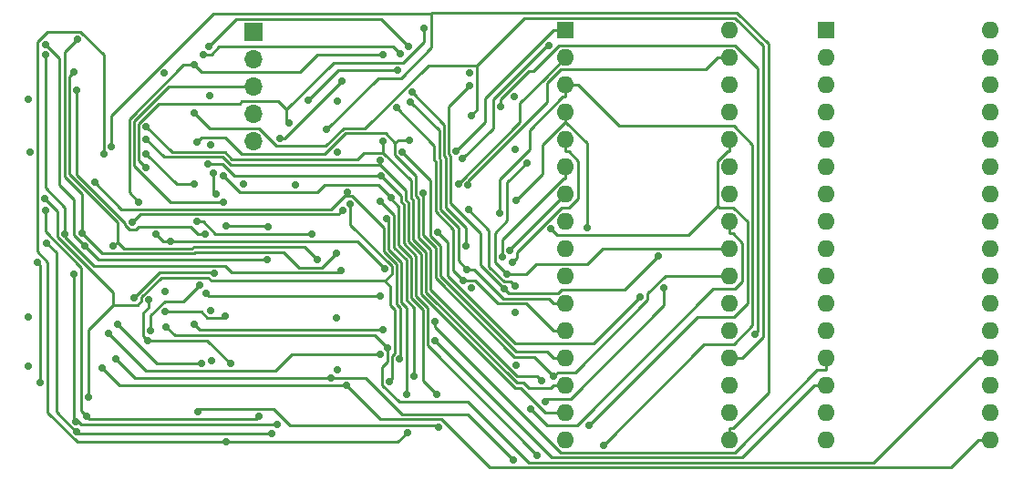
<source format=gbl>
G04 #@! TF.GenerationSoftware,KiCad,Pcbnew,8.0.0*
G04 #@! TF.CreationDate,2024-03-01T08:43:17-05:00*
G04 #@! TF.ProjectId,Rosco-MiniHat-4Mb,526f7363-6f2d-44d6-996e-694861742d34,rev?*
G04 #@! TF.SameCoordinates,Original*
G04 #@! TF.FileFunction,Copper,L4,Bot*
G04 #@! TF.FilePolarity,Positive*
%FSLAX46Y46*%
G04 Gerber Fmt 4.6, Leading zero omitted, Abs format (unit mm)*
G04 Created by KiCad (PCBNEW 8.0.0) date 2024-03-01 08:43:17*
%MOMM*%
%LPD*%
G01*
G04 APERTURE LIST*
G04 #@! TA.AperFunction,ComponentPad*
%ADD10R,1.700000X1.700000*%
G04 #@! TD*
G04 #@! TA.AperFunction,ComponentPad*
%ADD11O,1.700000X1.700000*%
G04 #@! TD*
G04 #@! TA.AperFunction,ComponentPad*
%ADD12R,1.600000X1.600000*%
G04 #@! TD*
G04 #@! TA.AperFunction,ComponentPad*
%ADD13O,1.600000X1.600000*%
G04 #@! TD*
G04 #@! TA.AperFunction,ViaPad*
%ADD14C,0.700000*%
G04 #@! TD*
G04 #@! TA.AperFunction,Conductor*
%ADD15C,0.250000*%
G04 #@! TD*
G04 APERTURE END LIST*
D10*
X58638000Y-52550000D03*
D11*
X58638000Y-55090000D03*
X58638000Y-57630000D03*
X58638000Y-60170000D03*
X58638000Y-62710000D03*
D12*
X111867000Y-52387000D03*
D13*
X111867000Y-54927000D03*
X111867000Y-57467000D03*
X111867000Y-60007000D03*
X111867000Y-62547000D03*
X111867000Y-65087000D03*
X111867000Y-67627000D03*
X111867000Y-70167000D03*
X111867000Y-72707000D03*
X111867000Y-75247000D03*
X111867000Y-77787000D03*
X111867000Y-80327000D03*
X111867000Y-82867000D03*
X111867000Y-85407000D03*
X111867000Y-87947000D03*
X111867000Y-90487000D03*
X127107000Y-90487000D03*
X127107000Y-87947000D03*
X127107000Y-85407000D03*
X127107000Y-82867000D03*
X127107000Y-80327000D03*
X127107000Y-77787000D03*
X127107000Y-75247000D03*
X127107000Y-72707000D03*
X127107000Y-70167000D03*
X127107000Y-67627000D03*
X127107000Y-65087000D03*
X127107000Y-62547000D03*
X127107000Y-60007000D03*
X127107000Y-57467000D03*
X127107000Y-54927000D03*
X127107000Y-52387000D03*
D12*
X87667000Y-52387000D03*
D13*
X87667000Y-54927000D03*
X87667000Y-57467000D03*
X87667000Y-60007000D03*
X87667000Y-62547000D03*
X87667000Y-65087000D03*
X87667000Y-67627000D03*
X87667000Y-70167000D03*
X87667000Y-72707000D03*
X87667000Y-75247000D03*
X87667000Y-77787000D03*
X87667000Y-80327000D03*
X87667000Y-82867000D03*
X87667000Y-85407000D03*
X87667000Y-87947000D03*
X87667000Y-90487000D03*
X102907000Y-90487000D03*
X102907000Y-87947000D03*
X102907000Y-85407000D03*
X102907000Y-82867000D03*
X102907000Y-80327000D03*
X102907000Y-77787000D03*
X102907000Y-75247000D03*
X102907000Y-72707000D03*
X102907000Y-70167000D03*
X102907000Y-67627000D03*
X102907000Y-65087000D03*
X102907000Y-62547000D03*
X102907000Y-60007000D03*
X102907000Y-57467000D03*
X102907000Y-54927000D03*
X102907000Y-52387000D03*
D14*
X78700000Y-56350000D03*
X37800000Y-79050000D03*
X83050000Y-83500000D03*
X66500000Y-59000000D03*
X50350000Y-56400000D03*
X82950000Y-63500000D03*
X50450000Y-76650000D03*
X78900000Y-76350000D03*
X62600000Y-66750000D03*
X66400000Y-79150000D03*
X54750000Y-83150000D03*
X37750000Y-58800000D03*
X54700000Y-63050000D03*
X82900000Y-58550000D03*
X57750000Y-66700000D03*
X37750000Y-83600000D03*
X66450000Y-84000000D03*
X66450000Y-63700000D03*
X54700000Y-78450000D03*
X37900000Y-63700000D03*
X54650000Y-58450000D03*
X83000000Y-78650000D03*
X43931300Y-66550200D03*
X38605900Y-73963900D03*
X72237300Y-82956700D03*
X67382300Y-67465700D03*
X38885900Y-85160000D03*
X60029200Y-70654900D03*
X56140800Y-70575000D03*
X55872700Y-68355200D03*
X77510100Y-63637100D03*
X67666600Y-68544600D03*
X71301400Y-85055700D03*
X43391300Y-86486000D03*
X39308800Y-68065600D03*
X66954300Y-69108000D03*
X77691700Y-66670500D03*
X60837900Y-89060800D03*
X47453000Y-70205600D03*
X42177100Y-88752800D03*
X42020800Y-75086500D03*
X81572900Y-69424100D03*
X91159000Y-90969800D03*
X49136200Y-80326700D03*
X53708500Y-76049400D03*
X89647700Y-70736700D03*
X85775200Y-86916600D03*
X83086000Y-68200700D03*
X47597700Y-77279200D03*
X55032800Y-75009500D03*
X96767600Y-76340800D03*
X53977900Y-54644300D03*
X82679200Y-73997500D03*
X72329500Y-54618600D03*
X81788900Y-73480700D03*
X73033100Y-53900000D03*
X54520400Y-53900000D03*
X50978100Y-71984100D03*
X49596700Y-71324800D03*
X70828600Y-74584000D03*
X82479200Y-72829200D03*
X66399400Y-73085700D03*
X42336200Y-53218900D03*
X42760200Y-71228800D03*
X43038000Y-72485300D03*
X39338400Y-53716700D03*
X59936400Y-73742500D03*
X41187700Y-71341100D03*
X66819100Y-74700000D03*
X73386600Y-58170600D03*
X39346900Y-54701600D03*
X78395100Y-72402500D03*
X78525000Y-74609800D03*
X73279000Y-59076500D03*
X45667100Y-72421100D03*
X78126300Y-75624000D03*
X64616000Y-73744700D03*
X41977600Y-56300000D03*
X71955700Y-59591400D03*
X72500800Y-63736400D03*
X48714800Y-61338300D03*
X70730900Y-62712500D03*
X70442700Y-64489300D03*
X48714800Y-62525600D03*
X65419300Y-61645800D03*
X45448500Y-63202500D03*
X70524400Y-65906100D03*
X54479700Y-64860100D03*
X85046900Y-91885600D03*
X85397600Y-84987100D03*
X73122500Y-62586500D03*
X53424300Y-62754000D03*
X78940800Y-60300000D03*
X53168900Y-60061400D03*
X72068000Y-56073100D03*
X81584500Y-59500000D03*
X63736500Y-58900000D03*
X105199100Y-80630100D03*
X78668100Y-69100000D03*
X82977100Y-76191200D03*
X44785100Y-63879400D03*
X48714800Y-63879400D03*
X74409700Y-67522000D03*
X86530400Y-84567200D03*
X72972400Y-89791200D03*
X53154600Y-66700000D03*
X56141000Y-90683000D03*
X48040600Y-68354800D03*
X70712700Y-54697400D03*
X82239100Y-75065800D03*
X53181600Y-55613600D03*
X84074800Y-64697600D03*
X84434500Y-87559400D03*
X75885500Y-89285500D03*
X53525600Y-87824000D03*
X71431100Y-67918500D03*
X75690200Y-86252300D03*
X55885900Y-65951000D03*
X78769900Y-57557200D03*
X54302400Y-76868500D03*
X70440100Y-77100000D03*
X96285900Y-73389800D03*
X81929900Y-76419700D03*
X89842600Y-89100000D03*
X64127900Y-71341700D03*
X86279200Y-70854800D03*
X53448300Y-70190100D03*
X78099400Y-64323300D03*
X73613300Y-84581700D03*
X39346600Y-69109700D03*
X86073000Y-53800100D03*
X43206600Y-88310000D03*
X59144500Y-88300000D03*
X70433200Y-68300000D03*
X72927800Y-86237000D03*
X70999900Y-69900000D03*
X78611100Y-66752600D03*
X39445600Y-72166700D03*
X60360100Y-89873300D03*
X42290700Y-89678600D03*
X75792000Y-71200400D03*
X94595000Y-77171700D03*
X53822500Y-83328900D03*
X75515900Y-79500000D03*
X46085300Y-79750000D03*
X70402000Y-82539100D03*
X75515900Y-81267500D03*
X45177000Y-80550000D03*
X82796600Y-92328100D03*
X65861800Y-84718000D03*
X45884500Y-82950000D03*
X44588200Y-83750000D03*
X67341300Y-85396500D03*
X71105600Y-81962500D03*
X50521700Y-79939100D03*
X70693400Y-80256800D03*
X53163700Y-79750000D03*
X48714800Y-65181900D03*
X61974300Y-61002600D03*
X74470900Y-52174600D03*
X48850900Y-81228700D03*
X48978300Y-77459700D03*
X56531800Y-83375900D03*
X66890800Y-57100000D03*
X61127200Y-62457900D03*
X54965200Y-65650600D03*
X55163900Y-67644400D03*
X42239200Y-57969300D03*
X54164700Y-71336000D03*
X56030200Y-78980100D03*
X50490700Y-78578600D03*
D15*
X71959600Y-74118500D02*
X71959600Y-77852300D01*
X72282200Y-82911800D02*
X72237300Y-82956700D01*
X38885900Y-85160000D02*
X38885900Y-74243900D01*
X70794500Y-72953400D02*
X71959600Y-74118500D01*
X65880600Y-69036600D02*
X67139100Y-67778100D01*
X70794500Y-70715200D02*
X70794500Y-72953400D01*
X72282200Y-78174900D02*
X72282200Y-82911800D01*
X43931300Y-66550200D02*
X46417700Y-69036600D01*
X67382300Y-67778100D02*
X67382300Y-67465700D01*
X46417700Y-69036600D02*
X65880600Y-69036600D01*
X67857400Y-67778100D02*
X70794500Y-70715200D01*
X67382300Y-67778100D02*
X67857400Y-67778100D01*
X38885900Y-74243900D02*
X38605900Y-73963900D01*
X71959600Y-77852300D02*
X72282200Y-78174900D01*
X67139100Y-67778100D02*
X67382300Y-67778100D01*
X56140800Y-70575000D02*
X59949300Y-70575000D01*
X47586000Y-60870800D02*
X47586000Y-65010300D01*
X59949300Y-70575000D02*
X60029200Y-70654900D01*
X50826800Y-57630000D02*
X47586000Y-60870800D01*
X58638000Y-57630000D02*
X50826800Y-57630000D01*
X47586000Y-65010300D02*
X50930900Y-68355200D01*
X50930900Y-68355200D02*
X55872700Y-68355200D01*
X45671100Y-77957300D02*
X47879300Y-77957300D01*
X43391300Y-80237100D02*
X43391300Y-86486000D01*
X87667000Y-52387000D02*
X86515200Y-52387000D01*
X86515200Y-52387000D02*
X80187900Y-58714300D01*
X71507700Y-75065900D02*
X70875800Y-75697800D01*
X40489400Y-69246200D02*
X39308800Y-68065600D01*
X71393500Y-76215500D02*
X71393500Y-77925300D01*
X54763900Y-75697800D02*
X70875800Y-75697800D01*
X54438500Y-75372400D02*
X54763900Y-75697800D01*
X80187900Y-60959300D02*
X77510100Y-63637100D01*
X45671100Y-77957300D02*
X43391300Y-80237100D01*
X71830300Y-78362100D02*
X71830300Y-82406500D01*
X71559100Y-84798000D02*
X71301400Y-85055700D01*
X48275800Y-77560800D02*
X48275800Y-77205000D01*
X70875800Y-75697800D02*
X71393500Y-76215500D01*
X47879300Y-77957300D02*
X48275800Y-77560800D01*
X71830300Y-82406500D02*
X71559100Y-82677700D01*
X50108400Y-75372400D02*
X54438500Y-75372400D01*
X67666600Y-70464600D02*
X71507700Y-74305700D01*
X71559100Y-82677700D02*
X71559100Y-84798000D01*
X71507700Y-74305700D02*
X71507700Y-75065900D01*
X45671100Y-77957300D02*
X45671100Y-76795800D01*
X80187900Y-58714300D02*
X80187900Y-60959300D01*
X40489400Y-71614100D02*
X40489400Y-69246200D01*
X48275800Y-77205000D02*
X50108400Y-75372400D01*
X71393500Y-77925300D02*
X71830300Y-78362100D01*
X45671100Y-76795800D02*
X40489400Y-71614100D01*
X67666600Y-68544600D02*
X67666600Y-70464600D01*
X42020800Y-88596500D02*
X42020800Y-75086500D01*
X87664800Y-54927000D02*
X85732600Y-56859200D01*
X48145400Y-69513200D02*
X66549100Y-69513200D01*
X85732600Y-56859200D02*
X85732600Y-56859300D01*
X60837900Y-89060800D02*
X42692900Y-89060800D01*
X66549100Y-69513200D02*
X66954300Y-69108000D01*
X85732600Y-56859300D02*
X85732500Y-56859300D01*
X87667000Y-54927000D02*
X87664800Y-54927000D01*
X85732500Y-56859300D02*
X83400700Y-59191100D01*
X42692900Y-89060800D02*
X42384900Y-88752800D01*
X47453000Y-70205600D02*
X48145400Y-69513200D01*
X83400700Y-59191100D02*
X83400700Y-60961500D01*
X42384900Y-88752800D02*
X42177100Y-88752800D01*
X83400700Y-60961500D02*
X77691700Y-66670500D01*
X42177100Y-88752800D02*
X42020800Y-88596500D01*
X87667000Y-57467000D02*
X87667000Y-58593900D01*
X100531800Y-81597000D02*
X103259700Y-81597000D01*
X84303000Y-61676200D02*
X84303000Y-63512200D01*
X103259700Y-81597000D02*
X105013200Y-79843500D01*
X92603900Y-61277000D02*
X88793900Y-57467000D01*
X91159000Y-90969800D02*
X100531800Y-81597000D01*
X84303000Y-63512200D02*
X81572900Y-66242300D01*
X52143600Y-77614300D02*
X53708500Y-76049400D01*
X87667000Y-58593900D02*
X87385300Y-58593900D01*
X87385300Y-58593900D02*
X84303000Y-61676200D01*
X103259700Y-61277000D02*
X92603900Y-61277000D01*
X105013200Y-79843500D02*
X105013200Y-63030500D01*
X49136200Y-80326700D02*
X49136200Y-78900300D01*
X87667000Y-57467000D02*
X88793900Y-57467000D01*
X50422200Y-77614300D02*
X52143600Y-77614300D01*
X105013200Y-63030500D02*
X103259700Y-61277000D01*
X81572900Y-66242300D02*
X81572900Y-69424100D01*
X49136200Y-78900300D02*
X50422200Y-77614300D01*
X85514100Y-63084400D02*
X85514100Y-65772600D01*
X89647700Y-62912200D02*
X87667000Y-60931500D01*
X88100100Y-86651000D02*
X86040800Y-86651000D01*
X87667000Y-60007000D02*
X87667000Y-60466000D01*
X47597800Y-77279200D02*
X47597800Y-77243900D01*
X49944800Y-74896900D02*
X54920200Y-74896900D01*
X54920200Y-74896900D02*
X55032800Y-75009500D01*
X85514100Y-65772600D02*
X83086000Y-68200700D01*
X87667000Y-60931500D02*
X87667000Y-60466000D01*
X47597800Y-77243900D02*
X49944800Y-74896900D01*
X47597700Y-77279200D02*
X47597800Y-77279200D01*
X96767600Y-76340800D02*
X96767600Y-77983500D01*
X89647700Y-70736700D02*
X89647700Y-62912200D01*
X87667000Y-60931500D02*
X85514100Y-63084400D01*
X86040800Y-86651000D02*
X85775200Y-86916600D01*
X96767600Y-77983500D02*
X88100100Y-86651000D01*
X88820400Y-64545600D02*
X88820400Y-68077100D01*
X87667000Y-62547000D02*
X87667000Y-63673900D01*
X83172100Y-73000400D02*
X83172100Y-73504600D01*
X87667000Y-63673900D02*
X87948700Y-63673900D01*
X88000500Y-68897000D02*
X87275500Y-68897000D01*
X87275500Y-68897000D02*
X83172100Y-73000400D01*
X53977900Y-54644300D02*
X54748700Y-54644300D01*
X83172100Y-73504600D02*
X82679200Y-73997500D01*
X87948700Y-63673900D02*
X88820400Y-64545600D01*
X55482900Y-53910100D02*
X71621000Y-53910100D01*
X71621000Y-53910100D02*
X72329500Y-54618600D01*
X54748700Y-54644300D02*
X55482900Y-53910100D01*
X88820400Y-68077100D02*
X88000500Y-68897000D01*
X81788900Y-71881200D02*
X81788900Y-73480700D01*
X87667000Y-65087000D02*
X87667000Y-66213900D01*
X87456200Y-66213900D02*
X81788900Y-71881200D01*
X87667000Y-66213900D02*
X87456200Y-66213900D01*
X54520400Y-53900000D02*
X57047300Y-51373100D01*
X70506200Y-51373100D02*
X73033100Y-53900000D01*
X57047300Y-51373100D02*
X70506200Y-51373100D01*
X68288700Y-72044100D02*
X70828600Y-74584000D01*
X49596700Y-71324800D02*
X50256000Y-71984100D01*
X51038100Y-72044100D02*
X68288700Y-72044100D01*
X50256000Y-71984100D02*
X50978100Y-71984100D01*
X50978100Y-71984100D02*
X51038100Y-72044100D01*
X87667000Y-67627000D02*
X82479200Y-72814800D01*
X82479200Y-72814800D02*
X82479200Y-72829200D01*
X61479200Y-73027100D02*
X62898400Y-74446300D01*
X42760200Y-67619300D02*
X42760200Y-71228800D01*
X41110400Y-54444700D02*
X41110400Y-65969500D01*
X62898400Y-74446300D02*
X65038800Y-74446300D01*
X42336200Y-53218900D02*
X41110400Y-54444700D01*
X42760200Y-71228800D02*
X44648200Y-73116800D01*
X41110400Y-65969500D02*
X42760200Y-67619300D01*
X65038800Y-74446300D02*
X66399400Y-73085700D01*
X53272600Y-73027100D02*
X61479200Y-73027100D01*
X53182900Y-73116800D02*
X53272600Y-73027100D01*
X44648200Y-73116800D02*
X53182900Y-73116800D01*
X44295200Y-73742500D02*
X59936400Y-73742500D01*
X41974700Y-71422000D02*
X41974700Y-68107500D01*
X43038000Y-72485300D02*
X41974700Y-71422000D01*
X40637100Y-66769900D02*
X40637100Y-55015400D01*
X43038000Y-72485300D02*
X44295200Y-73742500D01*
X41974700Y-68107500D02*
X40637100Y-66769900D01*
X40637100Y-55015400D02*
X39338400Y-53716700D01*
X73386600Y-58170600D02*
X76381300Y-61165300D01*
X41187700Y-68882500D02*
X41187700Y-71341100D01*
X66620900Y-74898200D02*
X66819100Y-74700000D01*
X76381300Y-61165300D02*
X76381300Y-64104600D01*
X39346900Y-67041700D02*
X41187700Y-68882500D01*
X43895200Y-74332400D02*
X56063600Y-74332400D01*
X76381300Y-64104600D02*
X76510700Y-64234000D01*
X56063600Y-74332400D02*
X56629400Y-74898200D01*
X39346900Y-54701600D02*
X39346900Y-67041700D01*
X41187700Y-71624900D02*
X43895200Y-74332400D01*
X56629400Y-74898200D02*
X66620900Y-74898200D01*
X41187700Y-71341100D02*
X41187700Y-71624900D01*
X76510700Y-68895500D02*
X78395100Y-70779900D01*
X76510700Y-64234000D02*
X76510700Y-68895500D01*
X78395100Y-70779900D02*
X78395100Y-72402500D01*
X77718200Y-70742100D02*
X77718200Y-73803000D01*
X76057300Y-69081200D02*
X77718200Y-70742100D01*
X86088200Y-77335100D02*
X86540100Y-77787000D01*
X79162500Y-74609800D02*
X81887800Y-77335100D01*
X78525000Y-74609800D02*
X79162500Y-74609800D01*
X87667000Y-77787000D02*
X86540100Y-77787000D01*
X75929400Y-64291800D02*
X76057300Y-64419700D01*
X76057300Y-64419700D02*
X76057300Y-69081200D01*
X77718200Y-73803000D02*
X78525000Y-74609800D01*
X73279000Y-59076500D02*
X75929400Y-61726900D01*
X81887800Y-77335100D02*
X86088200Y-77335100D01*
X75929400Y-61726900D02*
X75929400Y-64291800D01*
X52960300Y-72662500D02*
X53097000Y-72525800D01*
X46620500Y-72662500D02*
X52960300Y-72662500D01*
X87667000Y-80327000D02*
X86540100Y-80327000D01*
X46023100Y-70243000D02*
X46023100Y-72065100D01*
X77234200Y-74731900D02*
X78126300Y-75624000D01*
X71955700Y-59591400D02*
X75477500Y-63113200D01*
X75591600Y-64593100D02*
X75591600Y-69254600D01*
X75591600Y-69254600D02*
X77234200Y-70897200D01*
X41562300Y-65782200D02*
X46023100Y-70243000D01*
X75477500Y-64479000D02*
X75591600Y-64593100D01*
X46023100Y-72065100D02*
X46620500Y-72662500D01*
X63397100Y-72525800D02*
X64616000Y-73744700D01*
X53097000Y-72525800D02*
X63397100Y-72525800D01*
X84000100Y-77787000D02*
X81382400Y-77787000D01*
X81382400Y-77787000D02*
X79219400Y-75624000D01*
X41562300Y-56715300D02*
X41562300Y-65782200D01*
X77234200Y-70897200D02*
X77234200Y-74731900D01*
X41977600Y-56300000D02*
X41562300Y-56715300D01*
X79219400Y-75624000D02*
X78126300Y-75624000D01*
X75477500Y-63113200D02*
X75477500Y-64479000D01*
X46023100Y-72065100D02*
X45667100Y-72421100D01*
X86540100Y-80327000D02*
X84000100Y-77787000D01*
X76026700Y-72411900D02*
X75115100Y-71500300D01*
X83081900Y-82289200D02*
X76026700Y-75234000D01*
X75115100Y-71500300D02*
X75115100Y-66350700D01*
X86540100Y-82867000D02*
X85962300Y-82289200D01*
X87667000Y-82867000D02*
X86540100Y-82867000D01*
X85962300Y-82289200D02*
X83081900Y-82289200D01*
X76026700Y-75234000D02*
X76026700Y-72411900D01*
X75115100Y-66350700D02*
X72500800Y-63736400D01*
X48714800Y-61338300D02*
X51107800Y-63731300D01*
X83766200Y-85183000D02*
X84247200Y-85664000D01*
X87667000Y-85407000D02*
X86540100Y-85407000D01*
X73505900Y-68214500D02*
X73505900Y-71830100D01*
X70730900Y-63794600D02*
X73280900Y-66344600D01*
X56681800Y-64396800D02*
X68294200Y-64396800D01*
X73280900Y-66344600D02*
X73280900Y-67989500D01*
X68896400Y-63794600D02*
X70730900Y-63794600D01*
X56016300Y-63731300D02*
X56681800Y-64396800D01*
X68294200Y-64396800D02*
X68896400Y-63794600D01*
X51107800Y-63731300D02*
X56016300Y-63731300D01*
X83127100Y-85183000D02*
X83766200Y-85183000D01*
X84247200Y-85664000D02*
X86283100Y-85664000D01*
X70730900Y-63794600D02*
X70730900Y-62712500D01*
X73280900Y-67989500D02*
X73505900Y-68214500D01*
X86283100Y-85664000D02*
X86540100Y-85407000D01*
X73505900Y-71830100D02*
X74671000Y-72995200D01*
X74671000Y-72995200D02*
X74671000Y-76726900D01*
X74671000Y-76726900D02*
X83127100Y-85183000D01*
X55829100Y-64183200D02*
X56533500Y-64887600D01*
X85784800Y-87947000D02*
X86540100Y-87947000D01*
X72829000Y-67253400D02*
X72829000Y-68176700D01*
X74219100Y-76914100D02*
X82939900Y-85634900D01*
X50372400Y-64183200D02*
X55829100Y-64183200D01*
X73054000Y-68401700D02*
X73054000Y-72017400D01*
X70442700Y-64887600D02*
X70463200Y-64887600D01*
X87667000Y-87947000D02*
X86540100Y-87947000D01*
X48714800Y-62525600D02*
X50372400Y-64183200D01*
X70442700Y-64887600D02*
X70442700Y-64489300D01*
X56533500Y-64887600D02*
X70442700Y-64887600D01*
X83472700Y-85634900D02*
X85784800Y-87947000D01*
X70463200Y-64887600D02*
X72829000Y-67253400D01*
X73054000Y-72017400D02*
X74219100Y-73182500D01*
X74219100Y-73182500D02*
X74219100Y-76914100D01*
X72829000Y-68176700D02*
X73054000Y-68401700D01*
X82939900Y-85634900D02*
X83472700Y-85634900D01*
X75262200Y-50762700D02*
X75166000Y-50858900D01*
X103581900Y-50762700D02*
X75262200Y-50762700D01*
X102907000Y-89360100D02*
X103188700Y-89360100D01*
X75166000Y-54012500D02*
X75166000Y-50858900D01*
X72350100Y-56828400D02*
X75166000Y-54012500D01*
X65419300Y-61645800D02*
X70236700Y-56828400D01*
X75166000Y-50858900D02*
X54928800Y-50858900D01*
X106481300Y-86067500D02*
X106481300Y-53662100D01*
X54928800Y-50858900D02*
X45448500Y-60339200D01*
X45448500Y-60339200D02*
X45448500Y-63202500D01*
X102907000Y-90487000D02*
X102907000Y-89360100D01*
X106481300Y-53662100D02*
X103581900Y-50762700D01*
X70236700Y-56828400D02*
X72350100Y-56828400D01*
X103188700Y-89360100D02*
X106481300Y-86067500D01*
X72377100Y-68363900D02*
X72602100Y-68588900D01*
X55815900Y-64860100D02*
X54479700Y-64860100D01*
X74838900Y-78175100D02*
X74838900Y-81677600D01*
X72602100Y-68588900D02*
X72602100Y-72204600D01*
X73767200Y-73369700D02*
X73767200Y-77103400D01*
X72377100Y-67758800D02*
X72377100Y-68363900D01*
X70524400Y-65906100D02*
X56861900Y-65906100D01*
X56861900Y-65906100D02*
X55815900Y-64860100D01*
X70524400Y-65906100D02*
X72377100Y-67758800D01*
X72602100Y-72204600D02*
X73767200Y-73369700D01*
X73767200Y-77103400D02*
X74838900Y-78175100D01*
X74838900Y-81677600D02*
X85046900Y-91885600D01*
X65305900Y-63886900D02*
X67205800Y-61987000D01*
X71823900Y-62867400D02*
X71823900Y-64016700D01*
X73957800Y-71640800D02*
X75122900Y-72805900D01*
X75122900Y-72805900D02*
X75122900Y-76539700D01*
X84982600Y-84572100D02*
X85397600Y-84987100D01*
X73732800Y-67802300D02*
X73957800Y-68027300D01*
X83155300Y-84572100D02*
X84982600Y-84572100D01*
X71835600Y-62855700D02*
X72104800Y-62586500D01*
X53813000Y-62365300D02*
X56033500Y-62365300D01*
X73732800Y-65925600D02*
X73732800Y-67802300D01*
X67205800Y-61987000D02*
X70966900Y-61987000D01*
X71823900Y-64016700D02*
X73732800Y-65925600D01*
X71835600Y-62855700D02*
X71823900Y-62867400D01*
X70966900Y-61987000D02*
X71835600Y-62855700D01*
X72104800Y-62586500D02*
X73122500Y-62586500D01*
X75122900Y-76539700D02*
X83155300Y-84572100D01*
X56033500Y-62365300D02*
X57555100Y-63886900D01*
X73957800Y-68027300D02*
X73957800Y-71640800D01*
X57555100Y-63886900D02*
X65305900Y-63886900D01*
X53424300Y-62754000D02*
X53813000Y-62365300D01*
X79455400Y-59785400D02*
X78940800Y-60300000D01*
X102907000Y-82867000D02*
X104033900Y-82867000D01*
X54640600Y-61533100D02*
X53168900Y-60061400D01*
X74927500Y-55649000D02*
X69041400Y-61535100D01*
X79455400Y-55649000D02*
X79455400Y-59785400D01*
X67018600Y-61535100D02*
X65396700Y-63157000D01*
X65396700Y-63157000D02*
X60807700Y-63157000D01*
X105978300Y-53832400D02*
X103406000Y-51260100D01*
X103406000Y-51260100D02*
X83844300Y-51260100D01*
X79455400Y-55649000D02*
X74927500Y-55649000D01*
X83844300Y-51260100D02*
X79455400Y-55649000D01*
X60807700Y-63157000D02*
X59183800Y-61533100D01*
X104033900Y-82867000D02*
X105978300Y-80922600D01*
X59183800Y-61533100D02*
X54640600Y-61533100D01*
X105978300Y-80922600D02*
X105978300Y-53832400D01*
X69041400Y-61535100D02*
X67018600Y-61535100D01*
X87040100Y-53790300D02*
X84660700Y-56169700D01*
X105476800Y-80352400D02*
X105476800Y-55895300D01*
X63736500Y-58900000D02*
X66563400Y-56073100D01*
X84660700Y-56169700D02*
X84258400Y-56169700D01*
X66563400Y-56073100D02*
X72068000Y-56073100D01*
X84258400Y-56169700D02*
X81584500Y-58843600D01*
X103371800Y-53790300D02*
X87040100Y-53790300D01*
X81584500Y-58843600D02*
X81584500Y-59500000D01*
X105199100Y-80630100D02*
X105476800Y-80352400D01*
X105476800Y-55895300D02*
X103371800Y-53790300D01*
X82528700Y-75742800D02*
X82977100Y-76191200D01*
X81924400Y-75742800D02*
X82528700Y-75742800D01*
X78668100Y-69100000D02*
X80539800Y-70971700D01*
X80539800Y-74358200D02*
X81924400Y-75742800D01*
X80539800Y-70971700D02*
X80539800Y-74358200D01*
X75574800Y-72599200D02*
X74409700Y-71434100D01*
X56141000Y-90683000D02*
X72080600Y-90683000D01*
X42616600Y-52542000D02*
X39524500Y-52542000D01*
X39566700Y-87914000D02*
X42335700Y-90683000D01*
X82927400Y-82782200D02*
X75574800Y-75429600D01*
X38588400Y-72985300D02*
X39566700Y-73963600D01*
X44768200Y-54693600D02*
X42616600Y-52542000D01*
X86530400Y-84567200D02*
X86922900Y-84174700D01*
X39524500Y-52542000D02*
X38588400Y-53478100D01*
X84745400Y-82782200D02*
X82927400Y-82782200D01*
X74409700Y-71434100D02*
X74409700Y-67522000D01*
X95271900Y-76879300D02*
X96904200Y-75247000D01*
X86922900Y-84174700D02*
X88549300Y-84174700D01*
X95271900Y-77452100D02*
X95271900Y-76879300D01*
X75574800Y-75429600D02*
X75574800Y-72599200D01*
X38588400Y-53478100D02*
X38588400Y-72985300D01*
X39566700Y-73963600D02*
X39566700Y-87914000D01*
X53154600Y-66699900D02*
X51535300Y-66699900D01*
X72080600Y-90683000D02*
X72972400Y-89791200D01*
X86530400Y-84567200D02*
X84745400Y-82782200D01*
X44785100Y-63879400D02*
X44768200Y-63862500D01*
X88549300Y-84174700D02*
X95271900Y-77452100D01*
X102907000Y-75247000D02*
X101780100Y-75247000D01*
X51535300Y-66699900D02*
X48714800Y-63879400D01*
X42335700Y-90683000D02*
X56141000Y-90683000D01*
X96904200Y-75247000D02*
X101780100Y-75247000D01*
X53154600Y-66700000D02*
X53154600Y-66699900D01*
X44768200Y-63862500D02*
X44768200Y-54693600D01*
X52185200Y-55613600D02*
X47128600Y-60670200D01*
X89649900Y-74120100D02*
X84907500Y-74120100D01*
X83961800Y-75065800D02*
X82239100Y-75065800D01*
X82253500Y-66518900D02*
X84074800Y-64697600D01*
X102907000Y-72707000D02*
X101780100Y-72707000D01*
X64595000Y-54697400D02*
X62982900Y-56309500D01*
X70712700Y-54697400D02*
X64595000Y-54697400D01*
X84907500Y-74120100D02*
X83961800Y-75065800D01*
X47128600Y-67442800D02*
X48040600Y-68354800D01*
X82253500Y-70103000D02*
X82253500Y-66518900D01*
X53181600Y-55613600D02*
X52185200Y-55613600D01*
X82239100Y-75065800D02*
X81112000Y-73938700D01*
X81112000Y-73938700D02*
X81112000Y-71244500D01*
X91063000Y-72707000D02*
X89649900Y-74120100D01*
X101780100Y-72707000D02*
X91063000Y-72707000D01*
X53877500Y-56309500D02*
X53181600Y-55613600D01*
X62982900Y-56309500D02*
X53877500Y-56309500D01*
X47128600Y-60670200D02*
X47128600Y-67442800D01*
X81112000Y-71244500D02*
X82253500Y-70103000D01*
X102907000Y-70167000D02*
X102907000Y-71293900D01*
X62053600Y-89114300D02*
X60549900Y-87610600D01*
X60549900Y-87610600D02*
X53739000Y-87610600D01*
X104057500Y-72162700D02*
X104057500Y-75743300D01*
X75714300Y-89114300D02*
X62053600Y-89114300D01*
X88697500Y-89082100D02*
X85957200Y-89082100D01*
X75885500Y-89285500D02*
X75714300Y-89114300D01*
X101360400Y-76419200D02*
X88697500Y-89082100D01*
X103188700Y-71293900D02*
X104057500Y-72162700D01*
X102907000Y-71293900D02*
X103188700Y-71293900D01*
X103381600Y-76419200D02*
X101360400Y-76419200D01*
X104057500Y-75743300D02*
X103381600Y-76419200D01*
X53739000Y-87610600D02*
X53525600Y-87824000D01*
X85957200Y-89082100D02*
X84434500Y-87559400D01*
X73315300Y-77290700D02*
X74387000Y-78362400D01*
X71431100Y-68057000D02*
X72150200Y-68776100D01*
X72150200Y-72391800D02*
X73315300Y-73556900D01*
X57371600Y-67436700D02*
X55885900Y-65951000D01*
X71431100Y-67918500D02*
X71431100Y-68057000D01*
X71431100Y-67918500D02*
X70301400Y-66788800D01*
X64626400Y-67436700D02*
X57371600Y-67436700D01*
X73315300Y-73556900D02*
X73315300Y-77290700D01*
X65274300Y-66788800D02*
X64626400Y-67436700D01*
X70301400Y-66788800D02*
X65274300Y-66788800D01*
X72150200Y-68776100D02*
X72150200Y-72391800D01*
X74387000Y-84949100D02*
X75690200Y-86252300D01*
X74387000Y-78362400D02*
X74387000Y-84949100D01*
X76833200Y-63917400D02*
X76967200Y-64051400D01*
X78769900Y-57557200D02*
X76833200Y-59493900D01*
X79739800Y-71244800D02*
X79739800Y-74229600D01*
X96285900Y-73389800D02*
X93158800Y-76516900D01*
X86917000Y-76876300D02*
X82386500Y-76876300D01*
X76833200Y-59493900D02*
X76833200Y-63917400D01*
X79739800Y-74229600D02*
X81929900Y-76419700D01*
X76967200Y-68472200D02*
X79739800Y-71244800D01*
X54302400Y-76868500D02*
X54533900Y-77100000D01*
X82386500Y-76876300D02*
X81929900Y-76419700D01*
X93158800Y-76516900D02*
X87276400Y-76516900D01*
X54533900Y-77100000D02*
X70440100Y-77100000D01*
X76967200Y-64051400D02*
X76967200Y-68472200D01*
X87276400Y-76516900D02*
X86917000Y-76876300D01*
X53448300Y-70190100D02*
X53976100Y-70190100D01*
X101906400Y-68897000D02*
X103249800Y-68897000D01*
X102907000Y-63673900D02*
X102672900Y-63673900D01*
X101761600Y-68752200D02*
X101906400Y-68897000D01*
X55127700Y-71341700D02*
X64127900Y-71341700D01*
X102672900Y-63673900D02*
X101761600Y-64585200D01*
X53976100Y-70190100D02*
X55127700Y-71341700D01*
X86861400Y-71437000D02*
X99076800Y-71437000D01*
X99076800Y-71437000D02*
X101761600Y-68752200D01*
X101761600Y-64585200D02*
X101761600Y-68752200D01*
X103258500Y-79057000D02*
X99885600Y-79057000D01*
X86279200Y-70854800D02*
X86861400Y-71437000D01*
X99885600Y-79057000D02*
X89842600Y-89100000D01*
X103249800Y-68897000D02*
X104536200Y-70183400D01*
X104536200Y-70183400D02*
X104536200Y-77779300D01*
X102907000Y-62547000D02*
X102907000Y-63673900D01*
X104536200Y-77779300D02*
X103258500Y-79057000D01*
X39346600Y-71110400D02*
X39346600Y-69109700D01*
X72863400Y-77477900D02*
X73613300Y-78227800D01*
X43397500Y-88500900D02*
X58943600Y-88500900D01*
X71698300Y-69565100D02*
X71698300Y-72579000D01*
X73613300Y-78227800D02*
X73613300Y-84581700D01*
X72863400Y-73744100D02*
X72863400Y-77477900D01*
X43206600Y-88310000D02*
X43397500Y-88500900D01*
X85931200Y-53800100D02*
X80907500Y-58823800D01*
X43206600Y-88310000D02*
X42703400Y-87806800D01*
X42703400Y-74467200D02*
X39346600Y-71110400D01*
X80907500Y-61515200D02*
X78099400Y-64323300D01*
X42703400Y-87806800D02*
X42703400Y-74467200D01*
X71698300Y-72579000D02*
X72863400Y-73744100D01*
X80907500Y-58823800D02*
X80907500Y-61515200D01*
X70433200Y-68300000D02*
X71698300Y-69565100D01*
X58943600Y-88500900D02*
X59144500Y-88300000D01*
X86073000Y-53800100D02*
X85931200Y-53800100D01*
X87177000Y-56053900D02*
X87177000Y-56054000D01*
X72927800Y-78181400D02*
X72927800Y-86237000D01*
X101780100Y-54927000D02*
X100653200Y-56053900D01*
X42290700Y-89678600D02*
X42485400Y-89873300D01*
X85919800Y-57311200D02*
X85919700Y-57311200D01*
X42290700Y-89678600D02*
X42145000Y-89678600D01*
X42145000Y-89678600D02*
X40350000Y-87883600D01*
X72411500Y-73931300D02*
X72411500Y-77665100D01*
X72411500Y-77665100D02*
X72927800Y-78181400D01*
X40350000Y-73071100D02*
X39445600Y-72166700D01*
X40350000Y-87883600D02*
X40350000Y-73071100D01*
X87177000Y-56054000D02*
X85919800Y-57311200D01*
X85919700Y-59102000D02*
X78611100Y-66410600D01*
X71246400Y-70146500D02*
X71246400Y-72766200D01*
X85919700Y-57311200D02*
X85919700Y-59102000D01*
X102907000Y-54927000D02*
X101780100Y-54927000D01*
X70999900Y-69900000D02*
X71246400Y-70146500D01*
X100653200Y-56053900D02*
X87177000Y-56053900D01*
X71246400Y-72766200D02*
X72411500Y-73931300D01*
X78611100Y-66410600D02*
X78611100Y-66752600D01*
X42485400Y-89873300D02*
X60360100Y-89873300D01*
X75792000Y-71200400D02*
X76679300Y-72087700D01*
X90293300Y-81473400D02*
X94595000Y-77171700D01*
X76679300Y-75200200D02*
X82952500Y-81473400D01*
X82952500Y-81473400D02*
X90293300Y-81473400D01*
X76679300Y-72087700D02*
X76679300Y-75200200D01*
X111867000Y-82867000D02*
X111867000Y-83993900D01*
X75515900Y-79946900D02*
X75515900Y-79500000D01*
X111867000Y-83993900D02*
X111030200Y-83993900D01*
X87217800Y-91648800D02*
X75515900Y-79946900D01*
X103375300Y-91648800D02*
X87217800Y-91648800D01*
X111030200Y-83993900D02*
X103375300Y-91648800D01*
X49664200Y-83328900D02*
X46085300Y-79750000D01*
X53822500Y-83328900D02*
X49664200Y-83328900D01*
X111867000Y-85407000D02*
X110740100Y-85407000D01*
X48688800Y-84061800D02*
X45177000Y-80550000D01*
X104036700Y-92110400D02*
X86358800Y-92110400D01*
X62201400Y-82539100D02*
X60678700Y-84061800D01*
X70402000Y-82539100D02*
X62201400Y-82539100D01*
X60678700Y-84061800D02*
X48688800Y-84061800D01*
X86358800Y-92110400D02*
X75515900Y-81267500D01*
X110740100Y-85407000D02*
X104036700Y-92110400D01*
X65861800Y-84718000D02*
X47652500Y-84718000D01*
X65861800Y-84718000D02*
X69091000Y-84718000D01*
X72451600Y-88078600D02*
X78547100Y-88078600D01*
X47652500Y-84718000D02*
X45884500Y-82950000D01*
X78547100Y-88078600D02*
X82796600Y-92328100D01*
X69091000Y-84718000D02*
X72451600Y-88078600D01*
X80587800Y-93015700D02*
X123451400Y-93015700D01*
X44588200Y-83750000D02*
X46234700Y-85396500D01*
X123451400Y-93015700D02*
X125980100Y-90487000D01*
X67341300Y-85396500D02*
X70475300Y-88530500D01*
X127107000Y-90487000D02*
X125980100Y-90487000D01*
X46234700Y-85396500D02*
X67341300Y-85396500D01*
X70475300Y-88530500D02*
X76102600Y-88530500D01*
X76102600Y-88530500D02*
X80587800Y-93015700D01*
X71105600Y-81962500D02*
X69918900Y-80775800D01*
X78597300Y-86942800D02*
X72203800Y-86942800D01*
X71105600Y-83200400D02*
X71105600Y-81962500D01*
X72203800Y-86942800D02*
X70622000Y-85361000D01*
X127107000Y-82867000D02*
X125980100Y-82867000D01*
X70622000Y-83684000D02*
X71105600Y-83200400D01*
X84218300Y-92563800D02*
X78597300Y-86942800D01*
X69918900Y-80775800D02*
X51358400Y-80775800D01*
X116283300Y-92563800D02*
X84218300Y-92563800D01*
X70622000Y-85361000D02*
X70622000Y-83684000D01*
X51358400Y-80775800D02*
X50521700Y-79939100D01*
X125980100Y-82867000D02*
X116283300Y-92563800D01*
X53670500Y-80256800D02*
X70693400Y-80256800D01*
X53163700Y-79750000D02*
X53670500Y-80256800D01*
X48037900Y-64505000D02*
X48714800Y-65181900D01*
X61730700Y-60759000D02*
X61974300Y-61002600D01*
X61730700Y-59765100D02*
X61730700Y-60759000D01*
X72517100Y-55396200D02*
X74470900Y-53442400D01*
X57609900Y-58978100D02*
X57375600Y-59212400D01*
X48850900Y-81228700D02*
X54384600Y-81228700D01*
X49883500Y-59212400D02*
X48037900Y-61058000D01*
X66099600Y-55396200D02*
X72517100Y-55396200D01*
X61730700Y-59765100D02*
X60943700Y-58978100D01*
X48978300Y-78115200D02*
X48416200Y-78677300D01*
X74470900Y-53442400D02*
X74470900Y-52174600D01*
X54384600Y-81228700D02*
X56531800Y-83375900D01*
X57375600Y-59212400D02*
X49883500Y-59212400D01*
X48037900Y-61058000D02*
X48037900Y-64505000D01*
X48416200Y-80794000D02*
X48850900Y-81228700D01*
X48416200Y-78677300D02*
X48416200Y-80794000D01*
X48978300Y-77459700D02*
X48978300Y-78115200D01*
X60943700Y-58978100D02*
X57609900Y-58978100D01*
X61730700Y-59765100D02*
X66099600Y-55396200D01*
X61127200Y-62457900D02*
X61532900Y-62457900D01*
X54965200Y-65650600D02*
X54965200Y-67445700D01*
X61532900Y-62457900D02*
X66890800Y-57100000D01*
X54965200Y-67445700D02*
X55163900Y-67644400D01*
X47733400Y-70882500D02*
X47970200Y-70645700D01*
X52852400Y-70645700D02*
X53542700Y-71336000D01*
X46776100Y-70352400D02*
X46776100Y-70485900D01*
X47970200Y-70645700D02*
X52852400Y-70645700D01*
X46776100Y-70485900D02*
X47172700Y-70882500D01*
X53542700Y-71336000D02*
X54164700Y-71336000D01*
X47172700Y-70882500D02*
X47733400Y-70882500D01*
X42239200Y-65815500D02*
X46776100Y-70352400D01*
X42239200Y-57969300D02*
X42239200Y-65815500D01*
X50490700Y-78578600D02*
X53817400Y-78578600D01*
X53817400Y-78578600D02*
X54389800Y-79151000D01*
X54389800Y-79151000D02*
X55859300Y-79151000D01*
X55859300Y-79151000D02*
X56030200Y-78980100D01*
M02*

</source>
